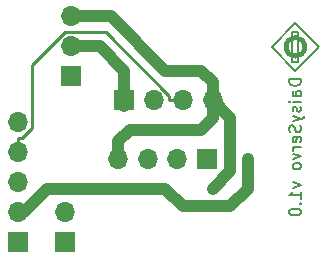
<source format=gbl>
G04 #@! TF.FileFunction,Copper,L2,Bot,Signal*
%FSLAX46Y46*%
G04 Gerber Fmt 4.6, Leading zero omitted, Abs format (unit mm)*
G04 Created by KiCad (PCBNEW 4.0.7) date 02/19/20 23:21:01*
%MOMM*%
%LPD*%
G01*
G04 APERTURE LIST*
%ADD10C,0.100000*%
%ADD11C,0.200000*%
%ADD12C,0.400000*%
%ADD13R,1.700000X1.700000*%
%ADD14O,1.700000X1.700000*%
%ADD15C,0.600000*%
%ADD16C,1.000000*%
%ADD17C,0.250000*%
G04 APERTURE END LIST*
D10*
D11*
X139952381Y-93238095D02*
X138952381Y-93238095D01*
X138952381Y-93476190D01*
X139000000Y-93619048D01*
X139095238Y-93714286D01*
X139190476Y-93761905D01*
X139380952Y-93809524D01*
X139523810Y-93809524D01*
X139714286Y-93761905D01*
X139809524Y-93714286D01*
X139904762Y-93619048D01*
X139952381Y-93476190D01*
X139952381Y-93238095D01*
X139952381Y-94666667D02*
X139428571Y-94666667D01*
X139333333Y-94619048D01*
X139285714Y-94523810D01*
X139285714Y-94333333D01*
X139333333Y-94238095D01*
X139904762Y-94666667D02*
X139952381Y-94571429D01*
X139952381Y-94333333D01*
X139904762Y-94238095D01*
X139809524Y-94190476D01*
X139714286Y-94190476D01*
X139619048Y-94238095D01*
X139571429Y-94333333D01*
X139571429Y-94571429D01*
X139523810Y-94666667D01*
X139952381Y-95142857D02*
X139285714Y-95142857D01*
X138952381Y-95142857D02*
X139000000Y-95095238D01*
X139047619Y-95142857D01*
X139000000Y-95190476D01*
X138952381Y-95142857D01*
X139047619Y-95142857D01*
X139904762Y-95571428D02*
X139952381Y-95666666D01*
X139952381Y-95857142D01*
X139904762Y-95952381D01*
X139809524Y-96000000D01*
X139761905Y-96000000D01*
X139666667Y-95952381D01*
X139619048Y-95857142D01*
X139619048Y-95714285D01*
X139571429Y-95619047D01*
X139476190Y-95571428D01*
X139428571Y-95571428D01*
X139333333Y-95619047D01*
X139285714Y-95714285D01*
X139285714Y-95857142D01*
X139333333Y-95952381D01*
X139285714Y-96333333D02*
X139952381Y-96571428D01*
X139285714Y-96809524D02*
X139952381Y-96571428D01*
X140190476Y-96476190D01*
X140238095Y-96428571D01*
X140285714Y-96333333D01*
X139904762Y-97142857D02*
X139952381Y-97285714D01*
X139952381Y-97523810D01*
X139904762Y-97619048D01*
X139857143Y-97666667D01*
X139761905Y-97714286D01*
X139666667Y-97714286D01*
X139571429Y-97666667D01*
X139523810Y-97619048D01*
X139476190Y-97523810D01*
X139428571Y-97333333D01*
X139380952Y-97238095D01*
X139333333Y-97190476D01*
X139238095Y-97142857D01*
X139142857Y-97142857D01*
X139047619Y-97190476D01*
X139000000Y-97238095D01*
X138952381Y-97333333D01*
X138952381Y-97571429D01*
X139000000Y-97714286D01*
X139904762Y-98523810D02*
X139952381Y-98428572D01*
X139952381Y-98238095D01*
X139904762Y-98142857D01*
X139809524Y-98095238D01*
X139428571Y-98095238D01*
X139333333Y-98142857D01*
X139285714Y-98238095D01*
X139285714Y-98428572D01*
X139333333Y-98523810D01*
X139428571Y-98571429D01*
X139523810Y-98571429D01*
X139619048Y-98095238D01*
X139952381Y-99000000D02*
X139285714Y-99000000D01*
X139476190Y-99000000D02*
X139380952Y-99047619D01*
X139333333Y-99095238D01*
X139285714Y-99190476D01*
X139285714Y-99285715D01*
X139285714Y-99523810D02*
X139952381Y-99761905D01*
X139285714Y-100000001D01*
X139952381Y-100523810D02*
X139904762Y-100428572D01*
X139857143Y-100380953D01*
X139761905Y-100333334D01*
X139476190Y-100333334D01*
X139380952Y-100380953D01*
X139333333Y-100428572D01*
X139285714Y-100523810D01*
X139285714Y-100666668D01*
X139333333Y-100761906D01*
X139380952Y-100809525D01*
X139476190Y-100857144D01*
X139761905Y-100857144D01*
X139857143Y-100809525D01*
X139904762Y-100761906D01*
X139952381Y-100666668D01*
X139952381Y-100523810D01*
X139285714Y-101952382D02*
X139952381Y-102190477D01*
X139285714Y-102428573D01*
X139952381Y-103333335D02*
X139952381Y-102761906D01*
X139952381Y-103047620D02*
X138952381Y-103047620D01*
X139095238Y-102952382D01*
X139190476Y-102857144D01*
X139238095Y-102761906D01*
X139857143Y-103761906D02*
X139904762Y-103809525D01*
X139952381Y-103761906D01*
X139904762Y-103714287D01*
X139857143Y-103761906D01*
X139952381Y-103761906D01*
X138952381Y-104428572D02*
X138952381Y-104523811D01*
X139000000Y-104619049D01*
X139047619Y-104666668D01*
X139142857Y-104714287D01*
X139333333Y-104761906D01*
X139571429Y-104761906D01*
X139761905Y-104714287D01*
X139857143Y-104666668D01*
X139904762Y-104619049D01*
X139952381Y-104523811D01*
X139952381Y-104428572D01*
X139904762Y-104333334D01*
X139857143Y-104285715D01*
X139761905Y-104238096D01*
X139571429Y-104190477D01*
X139333333Y-104190477D01*
X139142857Y-104238096D01*
X139047619Y-104285715D01*
X139000000Y-104333334D01*
X138952381Y-104428572D01*
X141500000Y-90500000D02*
X139500000Y-88500000D01*
X139500000Y-92500000D02*
X141500000Y-90500000D01*
X137500000Y-90500000D02*
X139500000Y-92500000D01*
X139500000Y-88500000D02*
X137500000Y-90500000D01*
X139750000Y-89250000D02*
X139250000Y-89250000D01*
X139750000Y-91750000D02*
X139750000Y-89250000D01*
X139250000Y-91750000D02*
X139750000Y-91750000D01*
X139250000Y-89250000D02*
X139250000Y-91750000D01*
D12*
X140290569Y-90500000D02*
G75*
G03X140290569Y-90500000I-790569J0D01*
G01*
D13*
X120500000Y-93000000D03*
D14*
X120500000Y-90460000D03*
X120500000Y-87920000D03*
D13*
X116000000Y-107000000D03*
D14*
X116000000Y-104460000D03*
X116000000Y-101920000D03*
X116000000Y-99380000D03*
X116000000Y-96840000D03*
D13*
X120000000Y-107000000D03*
D14*
X120000000Y-104460000D03*
D13*
X132000000Y-100000000D03*
D14*
X129500000Y-100000000D03*
X127000000Y-100000000D03*
X124500000Y-100000000D03*
D13*
X125000000Y-95000000D03*
D14*
X127500000Y-95000000D03*
X130000000Y-95000000D03*
X132500000Y-95000000D03*
D15*
X135500000Y-100000000D03*
X132500000Y-102500000D03*
D16*
X116000000Y-104460000D02*
X116540000Y-104460000D01*
X116540000Y-104460000D02*
X118500000Y-102500000D01*
X118500000Y-102500000D02*
X128500000Y-102500000D01*
X128500000Y-102500000D02*
X130000000Y-104000000D01*
X130000000Y-104000000D02*
X134000000Y-104000000D01*
X134000000Y-104000000D02*
X135500000Y-102500000D01*
X135500000Y-102500000D02*
X135500000Y-100000000D01*
X125000000Y-92500000D02*
X125000000Y-95000000D01*
X122960000Y-90460000D02*
X125000000Y-92500000D01*
X120500000Y-90460000D02*
X122960000Y-90460000D01*
X125000000Y-95460000D02*
X125000000Y-95000000D01*
X132500000Y-95000000D02*
X134000000Y-96500000D01*
X134000000Y-101000000D02*
X132500000Y-102500000D01*
X134000000Y-96500000D02*
X134000000Y-101000000D01*
X132500000Y-93500000D02*
X132500000Y-95000000D01*
X131500000Y-92500000D02*
X132500000Y-93500000D01*
X128500000Y-92500000D02*
X131500000Y-92500000D01*
X123920000Y-87920000D02*
X128500000Y-92500000D01*
X120500000Y-87920000D02*
X123920000Y-87920000D01*
X132500000Y-96500000D02*
X132500000Y-95000000D01*
X131500000Y-97500000D02*
X132500000Y-96500000D01*
X125500000Y-97500000D02*
X131500000Y-97500000D01*
X124500000Y-98500000D02*
X125500000Y-97500000D01*
X124500000Y-100000000D02*
X124500000Y-98500000D01*
D17*
X116367400Y-98204700D02*
X116000000Y-98204700D01*
X117175300Y-97396800D02*
X116367400Y-98204700D01*
X117175300Y-92068500D02*
X117175300Y-97396800D01*
X119974200Y-89269600D02*
X117175300Y-92068500D01*
X123469500Y-89269600D02*
X119974200Y-89269600D01*
X128824700Y-94624800D02*
X123469500Y-89269600D01*
X128824700Y-95000000D02*
X128824700Y-94624800D01*
X130000000Y-95000000D02*
X128824700Y-95000000D01*
X116000000Y-99380000D02*
X116000000Y-98204700D01*
M02*

</source>
